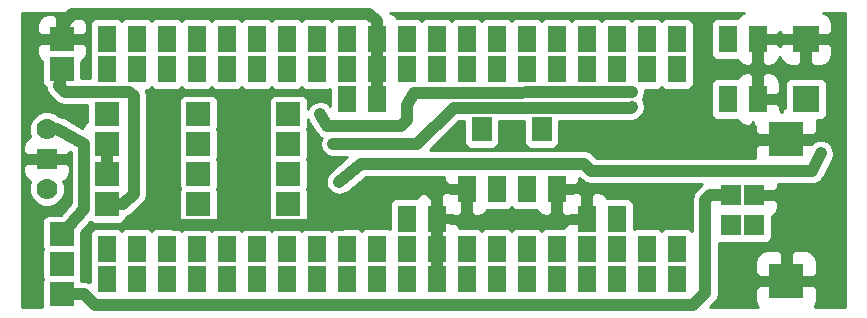
<source format=gtl>
%FSLAX34Y34*%
G04 Gerber Fmt 3.4, Leading zero omitted, Abs format*
G04 (created by PCBNEW (2014-04-11 BZR 4798)-product) date mar. 20 mai 2014 10:15:50 CEST*
%MOIN*%
G01*
G70*
G90*
G04 APERTURE LIST*
%ADD10C,0.003937*%
%ADD11R,0.062000X0.090000*%
%ADD12R,0.090000X0.090000*%
%ADD13R,0.068000X0.068000*%
%ADD14R,0.118110X0.118110*%
%ADD15R,0.080000X0.080000*%
%ADD16R,0.068000X0.080000*%
%ADD17C,0.070000*%
%ADD18R,0.070000X0.070000*%
%ADD19C,0.035000*%
%ADD20C,0.039370*%
%ADD21C,0.010000*%
G04 APERTURE END LIST*
G54D10*
G54D11*
X73750Y-51250D03*
X74750Y-51250D03*
X75750Y-51250D03*
X76750Y-51250D03*
X77750Y-51250D03*
X78750Y-51250D03*
X79750Y-51250D03*
X80750Y-51250D03*
X81750Y-51250D03*
X82750Y-51250D03*
X83750Y-51250D03*
X84750Y-51250D03*
X85750Y-51250D03*
X86750Y-51250D03*
X87750Y-51250D03*
X88750Y-51250D03*
X89750Y-51250D03*
X90750Y-51250D03*
X91750Y-51250D03*
X92750Y-51250D03*
G54D12*
X97050Y-51250D03*
X97050Y-53250D03*
G54D11*
X73750Y-59250D03*
X74750Y-59250D03*
X75750Y-59250D03*
X76750Y-59250D03*
X77750Y-59250D03*
X78750Y-59250D03*
X79750Y-59250D03*
X80750Y-59250D03*
X81750Y-59250D03*
X82750Y-59250D03*
X83750Y-59250D03*
X84750Y-59250D03*
X85750Y-59250D03*
X86750Y-59250D03*
X87750Y-59250D03*
X88750Y-59250D03*
X89750Y-59250D03*
X90750Y-59250D03*
X91750Y-59250D03*
X92750Y-59250D03*
X94450Y-51250D03*
X95450Y-51250D03*
X94450Y-53250D03*
X95450Y-53250D03*
X84750Y-57250D03*
X83750Y-57250D03*
X89750Y-57250D03*
X90750Y-57250D03*
X82750Y-53250D03*
X81750Y-53250D03*
X85750Y-56250D03*
X86750Y-56250D03*
X88750Y-56250D03*
X87750Y-56250D03*
G54D13*
X94550Y-56450D03*
X94550Y-57450D03*
X95337Y-57450D03*
X95337Y-56450D03*
G54D14*
X96400Y-54588D03*
X96400Y-59312D03*
G54D15*
X79800Y-53750D03*
X76800Y-53750D03*
X79800Y-54750D03*
X76800Y-54750D03*
X76800Y-55750D03*
X79800Y-55750D03*
X76800Y-56750D03*
X79800Y-56750D03*
G54D11*
X73750Y-58250D03*
X74750Y-58250D03*
X75750Y-58250D03*
X76750Y-58250D03*
X77750Y-58250D03*
X78750Y-58250D03*
X79750Y-58250D03*
X80750Y-58250D03*
X81750Y-58250D03*
X82750Y-58250D03*
X83750Y-58250D03*
X84750Y-58250D03*
X85750Y-58250D03*
X86750Y-58250D03*
X87750Y-58250D03*
X88750Y-58250D03*
X89750Y-58250D03*
X90750Y-58250D03*
X91750Y-58250D03*
X92750Y-58250D03*
X92750Y-52250D03*
X91750Y-52250D03*
X90750Y-52250D03*
X89750Y-52250D03*
X88750Y-52250D03*
X87750Y-52250D03*
X86750Y-52250D03*
X85750Y-52250D03*
X84750Y-52250D03*
X83750Y-52250D03*
X82750Y-52250D03*
X81750Y-52250D03*
X80750Y-52250D03*
X79750Y-52250D03*
X78750Y-52250D03*
X77750Y-52250D03*
X76750Y-52250D03*
X75750Y-52250D03*
X74750Y-52250D03*
X73750Y-52250D03*
G54D16*
X88250Y-54250D03*
X86250Y-54250D03*
G54D15*
X73750Y-56750D03*
X73750Y-55750D03*
X73750Y-54750D03*
X73750Y-53750D03*
X72250Y-57750D03*
X72250Y-58750D03*
X72250Y-59750D03*
X72250Y-52250D03*
X72250Y-51250D03*
G54D17*
X71750Y-56250D03*
G54D18*
X71750Y-55250D03*
G54D17*
X71750Y-54250D03*
G54D19*
X76050Y-56250D03*
X81300Y-54750D03*
X91250Y-53500D03*
X97550Y-55050D03*
X81500Y-56000D03*
X91250Y-53000D03*
X80850Y-53750D03*
G54D20*
X82750Y-50650D02*
X82750Y-51250D01*
X82500Y-50400D02*
X82750Y-50650D01*
X72600Y-50400D02*
X82500Y-50400D01*
X72250Y-50850D02*
X72600Y-50400D01*
X72250Y-51250D02*
X72250Y-50850D01*
X84750Y-56550D02*
X84450Y-56250D01*
X84450Y-56250D02*
X82800Y-56250D01*
X82800Y-56250D02*
X81600Y-57450D01*
X81600Y-57450D02*
X76000Y-57450D01*
X76000Y-57450D02*
X75650Y-57100D01*
X75650Y-57100D02*
X76050Y-56250D01*
X84750Y-57250D02*
X84750Y-56550D01*
X84100Y-54750D02*
X81300Y-54750D01*
X85314Y-53535D02*
X84100Y-54750D01*
X91214Y-53535D02*
X85314Y-53535D01*
X91250Y-53500D02*
X91214Y-53535D01*
X97550Y-55050D02*
X97250Y-55650D01*
X97250Y-55650D02*
X89900Y-55650D01*
X89900Y-55650D02*
X89650Y-55400D01*
X89650Y-55400D02*
X85150Y-55400D01*
X85150Y-55400D02*
X82211Y-55404D01*
X82211Y-55404D02*
X81500Y-56000D01*
X91250Y-53000D02*
X84000Y-53050D01*
X84000Y-53050D02*
X83750Y-53450D01*
X83750Y-53450D02*
X83750Y-53950D01*
X83750Y-53950D02*
X83550Y-54150D01*
X83550Y-54150D02*
X81100Y-54150D01*
X81100Y-54150D02*
X80850Y-53750D01*
X72150Y-52800D02*
X72350Y-53000D01*
X72350Y-53000D02*
X74500Y-53000D01*
X74500Y-53000D02*
X74650Y-53150D01*
X74650Y-53150D02*
X74650Y-56400D01*
X74650Y-56400D02*
X74300Y-56750D01*
X74300Y-56750D02*
X73750Y-56750D01*
X72250Y-52250D02*
X72150Y-52800D01*
X73000Y-54750D02*
X73000Y-56900D01*
X73000Y-56900D02*
X72250Y-57750D01*
X72100Y-54250D02*
X73000Y-54750D01*
X71750Y-54250D02*
X72100Y-54250D01*
X93700Y-59700D02*
X93300Y-60100D01*
X93300Y-60100D02*
X73350Y-60100D01*
X73000Y-59750D02*
X72250Y-59750D01*
X94550Y-56450D02*
X93850Y-56450D01*
X93700Y-56600D02*
X93850Y-56450D01*
X93700Y-59550D02*
X93700Y-56600D01*
X73000Y-59750D02*
X73350Y-60100D01*
X93700Y-59550D02*
X93700Y-59700D01*
G54D10*
G36*
X73902Y-55895D02*
X73895Y-55895D01*
X73895Y-55902D01*
X73605Y-55902D01*
X73605Y-55895D01*
X73597Y-55895D01*
X73597Y-55605D01*
X73605Y-55605D01*
X73605Y-55480D01*
X73605Y-55020D01*
X73605Y-54895D01*
X73597Y-54895D01*
X73597Y-54605D01*
X73605Y-54605D01*
X73605Y-54597D01*
X73895Y-54597D01*
X73895Y-54605D01*
X73902Y-54605D01*
X73902Y-54895D01*
X73895Y-54895D01*
X73895Y-55020D01*
X73895Y-55480D01*
X73895Y-55605D01*
X73902Y-55605D01*
X73902Y-55895D01*
X73902Y-55895D01*
G37*
G54D21*
X73902Y-55895D02*
X73895Y-55895D01*
X73895Y-55902D01*
X73605Y-55902D01*
X73605Y-55895D01*
X73597Y-55895D01*
X73597Y-55605D01*
X73605Y-55605D01*
X73605Y-55480D01*
X73605Y-55020D01*
X73605Y-54895D01*
X73597Y-54895D01*
X73597Y-54605D01*
X73605Y-54605D01*
X73605Y-54597D01*
X73895Y-54597D01*
X73895Y-54605D01*
X73902Y-54605D01*
X73902Y-54895D01*
X73895Y-54895D01*
X73895Y-55020D01*
X73895Y-55480D01*
X73895Y-55605D01*
X73902Y-55605D01*
X73902Y-55895D01*
G54D10*
G36*
X82305Y-50379D02*
X82190Y-50426D01*
X82067Y-50550D01*
X82010Y-50550D01*
X81390Y-50550D01*
X81298Y-50588D01*
X81249Y-50636D01*
X81201Y-50588D01*
X81109Y-50550D01*
X81010Y-50550D01*
X80390Y-50550D01*
X80298Y-50588D01*
X80249Y-50636D01*
X80201Y-50588D01*
X80109Y-50550D01*
X80010Y-50550D01*
X79390Y-50550D01*
X79298Y-50588D01*
X79249Y-50636D01*
X79201Y-50588D01*
X79109Y-50550D01*
X79010Y-50550D01*
X78390Y-50550D01*
X78298Y-50588D01*
X78249Y-50636D01*
X78201Y-50588D01*
X78109Y-50550D01*
X78010Y-50550D01*
X77390Y-50550D01*
X77298Y-50588D01*
X77249Y-50636D01*
X77201Y-50588D01*
X77109Y-50550D01*
X77010Y-50550D01*
X76390Y-50550D01*
X76298Y-50588D01*
X76249Y-50636D01*
X76201Y-50588D01*
X76109Y-50550D01*
X76010Y-50550D01*
X75390Y-50550D01*
X75298Y-50588D01*
X75249Y-50636D01*
X75201Y-50588D01*
X75109Y-50550D01*
X75010Y-50550D01*
X74390Y-50550D01*
X74298Y-50588D01*
X74249Y-50636D01*
X74201Y-50588D01*
X74109Y-50550D01*
X74010Y-50550D01*
X73390Y-50550D01*
X73298Y-50588D01*
X73228Y-50658D01*
X73190Y-50750D01*
X73190Y-50849D01*
X73190Y-51749D01*
X73190Y-51749D01*
X73190Y-51750D01*
X73190Y-51849D01*
X73190Y-52553D01*
X72900Y-52553D01*
X72900Y-52022D01*
X73023Y-51899D01*
X73090Y-51737D01*
X73090Y-51505D01*
X73090Y-50995D01*
X73090Y-50762D01*
X73023Y-50600D01*
X72899Y-50476D01*
X72737Y-50410D01*
X72562Y-50410D01*
X72505Y-50410D01*
X72395Y-50520D01*
X72395Y-51105D01*
X72980Y-51105D01*
X73090Y-50995D01*
X73090Y-51505D01*
X72980Y-51395D01*
X72395Y-51395D01*
X72395Y-51402D01*
X72105Y-51402D01*
X72105Y-51395D01*
X72105Y-51105D01*
X72105Y-50520D01*
X71995Y-50410D01*
X71937Y-50410D01*
X71762Y-50410D01*
X71600Y-50476D01*
X71476Y-50600D01*
X71410Y-50762D01*
X71410Y-50995D01*
X71520Y-51105D01*
X72105Y-51105D01*
X72105Y-51395D01*
X71520Y-51395D01*
X71410Y-51505D01*
X71410Y-51737D01*
X71476Y-51899D01*
X71600Y-52022D01*
X71600Y-52699D01*
X71638Y-52791D01*
X71708Y-52861D01*
X71712Y-52863D01*
X71713Y-52894D01*
X71729Y-52931D01*
X71737Y-52971D01*
X71763Y-53010D01*
X71782Y-53054D01*
X71811Y-53082D01*
X71834Y-53115D01*
X72034Y-53315D01*
X72034Y-53315D01*
X72178Y-53412D01*
X72350Y-53446D01*
X73100Y-53446D01*
X73100Y-53977D01*
X72976Y-54100D01*
X72934Y-54202D01*
X72317Y-53859D01*
X72292Y-53851D01*
X72271Y-53837D01*
X72210Y-53825D01*
X72156Y-53807D01*
X72090Y-53741D01*
X71869Y-53650D01*
X71631Y-53649D01*
X71410Y-53741D01*
X71241Y-53909D01*
X71150Y-54130D01*
X71149Y-54368D01*
X71205Y-54504D01*
X71150Y-54526D01*
X71026Y-54650D01*
X70960Y-54812D01*
X70960Y-54987D01*
X70960Y-54995D01*
X71070Y-55105D01*
X71605Y-55105D01*
X71605Y-55097D01*
X71895Y-55097D01*
X71895Y-55105D01*
X72430Y-55105D01*
X72533Y-55001D01*
X72553Y-55012D01*
X72553Y-56731D01*
X72540Y-56745D01*
X72540Y-55687D01*
X72540Y-55512D01*
X72540Y-55505D01*
X72430Y-55395D01*
X71895Y-55395D01*
X71895Y-55402D01*
X71605Y-55402D01*
X71605Y-55395D01*
X71070Y-55395D01*
X70960Y-55505D01*
X70960Y-55512D01*
X70960Y-55687D01*
X71026Y-55849D01*
X71150Y-55973D01*
X71205Y-55995D01*
X71150Y-56130D01*
X71149Y-56368D01*
X71241Y-56589D01*
X71409Y-56758D01*
X71630Y-56849D01*
X71868Y-56850D01*
X72089Y-56758D01*
X72258Y-56590D01*
X72349Y-56369D01*
X72350Y-56131D01*
X72294Y-55995D01*
X72349Y-55973D01*
X72473Y-55849D01*
X72540Y-55687D01*
X72540Y-56745D01*
X72227Y-57100D01*
X71800Y-57100D01*
X71708Y-57138D01*
X71638Y-57208D01*
X71600Y-57300D01*
X71600Y-57399D01*
X71600Y-58199D01*
X71620Y-58249D01*
X71600Y-58300D01*
X71600Y-58399D01*
X71600Y-59199D01*
X71620Y-59249D01*
X71600Y-59300D01*
X71600Y-59399D01*
X71600Y-60170D01*
X70929Y-60170D01*
X70929Y-50379D01*
X82305Y-50379D01*
X82305Y-50379D01*
G37*
G54D21*
X82305Y-50379D02*
X82190Y-50426D01*
X82067Y-50550D01*
X82010Y-50550D01*
X81390Y-50550D01*
X81298Y-50588D01*
X81249Y-50636D01*
X81201Y-50588D01*
X81109Y-50550D01*
X81010Y-50550D01*
X80390Y-50550D01*
X80298Y-50588D01*
X80249Y-50636D01*
X80201Y-50588D01*
X80109Y-50550D01*
X80010Y-50550D01*
X79390Y-50550D01*
X79298Y-50588D01*
X79249Y-50636D01*
X79201Y-50588D01*
X79109Y-50550D01*
X79010Y-50550D01*
X78390Y-50550D01*
X78298Y-50588D01*
X78249Y-50636D01*
X78201Y-50588D01*
X78109Y-50550D01*
X78010Y-50550D01*
X77390Y-50550D01*
X77298Y-50588D01*
X77249Y-50636D01*
X77201Y-50588D01*
X77109Y-50550D01*
X77010Y-50550D01*
X76390Y-50550D01*
X76298Y-50588D01*
X76249Y-50636D01*
X76201Y-50588D01*
X76109Y-50550D01*
X76010Y-50550D01*
X75390Y-50550D01*
X75298Y-50588D01*
X75249Y-50636D01*
X75201Y-50588D01*
X75109Y-50550D01*
X75010Y-50550D01*
X74390Y-50550D01*
X74298Y-50588D01*
X74249Y-50636D01*
X74201Y-50588D01*
X74109Y-50550D01*
X74010Y-50550D01*
X73390Y-50550D01*
X73298Y-50588D01*
X73228Y-50658D01*
X73190Y-50750D01*
X73190Y-50849D01*
X73190Y-51749D01*
X73190Y-51749D01*
X73190Y-51750D01*
X73190Y-51849D01*
X73190Y-52553D01*
X72900Y-52553D01*
X72900Y-52022D01*
X73023Y-51899D01*
X73090Y-51737D01*
X73090Y-51505D01*
X73090Y-50995D01*
X73090Y-50762D01*
X73023Y-50600D01*
X72899Y-50476D01*
X72737Y-50410D01*
X72562Y-50410D01*
X72505Y-50410D01*
X72395Y-50520D01*
X72395Y-51105D01*
X72980Y-51105D01*
X73090Y-50995D01*
X73090Y-51505D01*
X72980Y-51395D01*
X72395Y-51395D01*
X72395Y-51402D01*
X72105Y-51402D01*
X72105Y-51395D01*
X72105Y-51105D01*
X72105Y-50520D01*
X71995Y-50410D01*
X71937Y-50410D01*
X71762Y-50410D01*
X71600Y-50476D01*
X71476Y-50600D01*
X71410Y-50762D01*
X71410Y-50995D01*
X71520Y-51105D01*
X72105Y-51105D01*
X72105Y-51395D01*
X71520Y-51395D01*
X71410Y-51505D01*
X71410Y-51737D01*
X71476Y-51899D01*
X71600Y-52022D01*
X71600Y-52699D01*
X71638Y-52791D01*
X71708Y-52861D01*
X71712Y-52863D01*
X71713Y-52894D01*
X71729Y-52931D01*
X71737Y-52971D01*
X71763Y-53010D01*
X71782Y-53054D01*
X71811Y-53082D01*
X71834Y-53115D01*
X72034Y-53315D01*
X72034Y-53315D01*
X72178Y-53412D01*
X72350Y-53446D01*
X73100Y-53446D01*
X73100Y-53977D01*
X72976Y-54100D01*
X72934Y-54202D01*
X72317Y-53859D01*
X72292Y-53851D01*
X72271Y-53837D01*
X72210Y-53825D01*
X72156Y-53807D01*
X72090Y-53741D01*
X71869Y-53650D01*
X71631Y-53649D01*
X71410Y-53741D01*
X71241Y-53909D01*
X71150Y-54130D01*
X71149Y-54368D01*
X71205Y-54504D01*
X71150Y-54526D01*
X71026Y-54650D01*
X70960Y-54812D01*
X70960Y-54987D01*
X70960Y-54995D01*
X71070Y-55105D01*
X71605Y-55105D01*
X71605Y-55097D01*
X71895Y-55097D01*
X71895Y-55105D01*
X72430Y-55105D01*
X72533Y-55001D01*
X72553Y-55012D01*
X72553Y-56731D01*
X72540Y-56745D01*
X72540Y-55687D01*
X72540Y-55512D01*
X72540Y-55505D01*
X72430Y-55395D01*
X71895Y-55395D01*
X71895Y-55402D01*
X71605Y-55402D01*
X71605Y-55395D01*
X71070Y-55395D01*
X70960Y-55505D01*
X70960Y-55512D01*
X70960Y-55687D01*
X71026Y-55849D01*
X71150Y-55973D01*
X71205Y-55995D01*
X71150Y-56130D01*
X71149Y-56368D01*
X71241Y-56589D01*
X71409Y-56758D01*
X71630Y-56849D01*
X71868Y-56850D01*
X72089Y-56758D01*
X72258Y-56590D01*
X72349Y-56369D01*
X72350Y-56131D01*
X72294Y-55995D01*
X72349Y-55973D01*
X72473Y-55849D01*
X72540Y-55687D01*
X72540Y-56745D01*
X72227Y-57100D01*
X71800Y-57100D01*
X71708Y-57138D01*
X71638Y-57208D01*
X71600Y-57300D01*
X71600Y-57399D01*
X71600Y-58199D01*
X71620Y-58249D01*
X71600Y-58300D01*
X71600Y-58399D01*
X71600Y-59199D01*
X71620Y-59249D01*
X71600Y-59300D01*
X71600Y-59399D01*
X71600Y-60170D01*
X70929Y-60170D01*
X70929Y-50379D01*
X82305Y-50379D01*
G54D10*
G36*
X82902Y-53395D02*
X82895Y-53395D01*
X82895Y-53402D01*
X82605Y-53402D01*
X82605Y-53395D01*
X82597Y-53395D01*
X82597Y-53105D01*
X82605Y-53105D01*
X82605Y-53030D01*
X82605Y-52470D01*
X82605Y-52395D01*
X82597Y-52395D01*
X82597Y-52105D01*
X82605Y-52105D01*
X82605Y-52030D01*
X82605Y-51470D01*
X82605Y-51395D01*
X82597Y-51395D01*
X82597Y-51105D01*
X82605Y-51105D01*
X82605Y-51097D01*
X82895Y-51097D01*
X82895Y-51105D01*
X82902Y-51105D01*
X82902Y-51395D01*
X82895Y-51395D01*
X82895Y-51470D01*
X82895Y-52030D01*
X82895Y-52105D01*
X82902Y-52105D01*
X82902Y-52395D01*
X82895Y-52395D01*
X82895Y-52470D01*
X82895Y-53030D01*
X82895Y-53105D01*
X82902Y-53105D01*
X82902Y-53395D01*
X82902Y-53395D01*
G37*
G54D21*
X82902Y-53395D02*
X82895Y-53395D01*
X82895Y-53402D01*
X82605Y-53402D01*
X82605Y-53395D01*
X82597Y-53395D01*
X82597Y-53105D01*
X82605Y-53105D01*
X82605Y-53030D01*
X82605Y-52470D01*
X82605Y-52395D01*
X82597Y-52395D01*
X82597Y-52105D01*
X82605Y-52105D01*
X82605Y-52030D01*
X82605Y-51470D01*
X82605Y-51395D01*
X82597Y-51395D01*
X82597Y-51105D01*
X82605Y-51105D01*
X82605Y-51097D01*
X82895Y-51097D01*
X82895Y-51105D01*
X82902Y-51105D01*
X82902Y-51395D01*
X82895Y-51395D01*
X82895Y-51470D01*
X82895Y-52030D01*
X82895Y-52105D01*
X82902Y-52105D01*
X82902Y-52395D01*
X82895Y-52395D01*
X82895Y-52470D01*
X82895Y-53030D01*
X82895Y-53105D01*
X82902Y-53105D01*
X82902Y-53395D01*
G54D10*
G36*
X93589Y-56096D02*
X93534Y-56134D01*
X93384Y-56284D01*
X93287Y-56428D01*
X93253Y-56600D01*
X93253Y-57639D01*
X93201Y-57588D01*
X93109Y-57550D01*
X93010Y-57550D01*
X92390Y-57550D01*
X92298Y-57588D01*
X92249Y-57636D01*
X92201Y-57588D01*
X92109Y-57550D01*
X92010Y-57550D01*
X91390Y-57550D01*
X91310Y-57583D01*
X91310Y-56750D01*
X91271Y-56658D01*
X91201Y-56588D01*
X91109Y-56550D01*
X91010Y-56550D01*
X90432Y-56550D01*
X90309Y-56426D01*
X90147Y-56360D01*
X90005Y-56360D01*
X89895Y-56470D01*
X89895Y-57105D01*
X89902Y-57105D01*
X89902Y-57395D01*
X89895Y-57395D01*
X89895Y-57402D01*
X89605Y-57402D01*
X89605Y-57395D01*
X89605Y-57105D01*
X89605Y-56470D01*
X89495Y-56360D01*
X89352Y-56360D01*
X89267Y-56395D01*
X88895Y-56395D01*
X88895Y-57030D01*
X89005Y-57140D01*
X89147Y-57140D01*
X89232Y-57105D01*
X89605Y-57105D01*
X89605Y-57395D01*
X89110Y-57395D01*
X89000Y-57505D01*
X89000Y-57550D01*
X88390Y-57550D01*
X88298Y-57588D01*
X88249Y-57636D01*
X88201Y-57588D01*
X88109Y-57550D01*
X88010Y-57550D01*
X87390Y-57550D01*
X87298Y-57588D01*
X87249Y-57636D01*
X87201Y-57588D01*
X87109Y-57550D01*
X87010Y-57550D01*
X86390Y-57550D01*
X86298Y-57588D01*
X86249Y-57636D01*
X86201Y-57588D01*
X86109Y-57550D01*
X86010Y-57550D01*
X85605Y-57550D01*
X85605Y-57030D01*
X85605Y-56395D01*
X85232Y-56395D01*
X85147Y-56360D01*
X85005Y-56360D01*
X84895Y-56470D01*
X84895Y-57105D01*
X85267Y-57105D01*
X85352Y-57140D01*
X85495Y-57140D01*
X85605Y-57030D01*
X85605Y-57550D01*
X85500Y-57550D01*
X85500Y-57505D01*
X85390Y-57395D01*
X85232Y-57395D01*
X85147Y-57360D01*
X85005Y-57360D01*
X84970Y-57395D01*
X84895Y-57395D01*
X84895Y-57470D01*
X84895Y-58030D01*
X84895Y-58105D01*
X84902Y-58105D01*
X84902Y-58395D01*
X84895Y-58395D01*
X84895Y-58470D01*
X84895Y-59030D01*
X84895Y-59105D01*
X84902Y-59105D01*
X84902Y-59395D01*
X84895Y-59395D01*
X84895Y-59402D01*
X84605Y-59402D01*
X84605Y-59395D01*
X84597Y-59395D01*
X84597Y-59105D01*
X84605Y-59105D01*
X84605Y-59030D01*
X84605Y-58470D01*
X84605Y-58395D01*
X84597Y-58395D01*
X84597Y-58105D01*
X84605Y-58105D01*
X84605Y-58030D01*
X84605Y-57470D01*
X84605Y-57395D01*
X84597Y-57395D01*
X84597Y-57105D01*
X84605Y-57105D01*
X84605Y-56470D01*
X84495Y-56360D01*
X84352Y-56360D01*
X84190Y-56426D01*
X84067Y-56550D01*
X84010Y-56550D01*
X83390Y-56550D01*
X83298Y-56588D01*
X83228Y-56658D01*
X83190Y-56750D01*
X83190Y-56849D01*
X83190Y-57583D01*
X83109Y-57550D01*
X83010Y-57550D01*
X82390Y-57550D01*
X82298Y-57588D01*
X82249Y-57636D01*
X82201Y-57588D01*
X82109Y-57550D01*
X82010Y-57550D01*
X81390Y-57550D01*
X81298Y-57588D01*
X81249Y-57636D01*
X81201Y-57588D01*
X81109Y-57550D01*
X81010Y-57550D01*
X80390Y-57550D01*
X80298Y-57588D01*
X80249Y-57636D01*
X80201Y-57588D01*
X80109Y-57550D01*
X80010Y-57550D01*
X79390Y-57550D01*
X79298Y-57588D01*
X79249Y-57636D01*
X79201Y-57588D01*
X79109Y-57550D01*
X79010Y-57550D01*
X78390Y-57550D01*
X78298Y-57588D01*
X78249Y-57636D01*
X78201Y-57588D01*
X78109Y-57550D01*
X78010Y-57550D01*
X77450Y-57550D01*
X77450Y-57199D01*
X77450Y-57100D01*
X77450Y-56300D01*
X77429Y-56250D01*
X77450Y-56199D01*
X77450Y-56100D01*
X77450Y-55300D01*
X77429Y-55250D01*
X77450Y-55199D01*
X77450Y-55100D01*
X77450Y-54300D01*
X77429Y-54250D01*
X77450Y-54199D01*
X77450Y-54100D01*
X77450Y-53300D01*
X77411Y-53208D01*
X77341Y-53138D01*
X77249Y-53100D01*
X77150Y-53100D01*
X76350Y-53100D01*
X76258Y-53138D01*
X76188Y-53208D01*
X76150Y-53300D01*
X76150Y-53399D01*
X76150Y-54199D01*
X76170Y-54249D01*
X76150Y-54300D01*
X76150Y-54399D01*
X76150Y-55199D01*
X76170Y-55249D01*
X76150Y-55300D01*
X76150Y-55399D01*
X76150Y-56199D01*
X76170Y-56249D01*
X76150Y-56300D01*
X76150Y-56399D01*
X76150Y-57199D01*
X76188Y-57291D01*
X76258Y-57361D01*
X76350Y-57400D01*
X76449Y-57400D01*
X77249Y-57400D01*
X77341Y-57361D01*
X77411Y-57291D01*
X77450Y-57199D01*
X77450Y-57550D01*
X77390Y-57550D01*
X77298Y-57588D01*
X77249Y-57636D01*
X77201Y-57588D01*
X77109Y-57550D01*
X77010Y-57550D01*
X76390Y-57550D01*
X76298Y-57588D01*
X76249Y-57636D01*
X76201Y-57588D01*
X76109Y-57550D01*
X76010Y-57550D01*
X75390Y-57550D01*
X75298Y-57588D01*
X75249Y-57636D01*
X75201Y-57588D01*
X75109Y-57550D01*
X75010Y-57550D01*
X74390Y-57550D01*
X74298Y-57588D01*
X74249Y-57636D01*
X74201Y-57588D01*
X74109Y-57550D01*
X74010Y-57550D01*
X73390Y-57550D01*
X73298Y-57588D01*
X73228Y-57658D01*
X73190Y-57750D01*
X73190Y-57849D01*
X73190Y-58749D01*
X73190Y-58749D01*
X73190Y-58750D01*
X73190Y-58849D01*
X73190Y-59349D01*
X73171Y-59337D01*
X73000Y-59303D01*
X72900Y-59303D01*
X72900Y-59300D01*
X72879Y-59250D01*
X72900Y-59199D01*
X72900Y-59100D01*
X72900Y-58300D01*
X72879Y-58250D01*
X72900Y-58199D01*
X72900Y-58100D01*
X72900Y-57688D01*
X73197Y-57351D01*
X73208Y-57361D01*
X73300Y-57400D01*
X73399Y-57400D01*
X74199Y-57400D01*
X74291Y-57361D01*
X74361Y-57291D01*
X74400Y-57199D01*
X74400Y-57176D01*
X74471Y-57162D01*
X74471Y-57162D01*
X74615Y-57065D01*
X74965Y-56715D01*
X75062Y-56571D01*
X75062Y-56571D01*
X75096Y-56400D01*
X75096Y-53150D01*
X75062Y-52978D01*
X75043Y-52950D01*
X75109Y-52950D01*
X75201Y-52911D01*
X75250Y-52863D01*
X75298Y-52911D01*
X75390Y-52950D01*
X75489Y-52950D01*
X76109Y-52950D01*
X76201Y-52911D01*
X76250Y-52863D01*
X76298Y-52911D01*
X76390Y-52950D01*
X76489Y-52950D01*
X77109Y-52950D01*
X77201Y-52911D01*
X77250Y-52863D01*
X77298Y-52911D01*
X77390Y-52950D01*
X77489Y-52950D01*
X78109Y-52950D01*
X78201Y-52911D01*
X78250Y-52863D01*
X78298Y-52911D01*
X78390Y-52950D01*
X78489Y-52950D01*
X79109Y-52950D01*
X79201Y-52911D01*
X79250Y-52863D01*
X79298Y-52911D01*
X79390Y-52950D01*
X79489Y-52950D01*
X80109Y-52950D01*
X80201Y-52911D01*
X80250Y-52863D01*
X80298Y-52911D01*
X80390Y-52950D01*
X80489Y-52950D01*
X81109Y-52950D01*
X81190Y-52916D01*
X81190Y-53471D01*
X81109Y-53386D01*
X80950Y-53314D01*
X80776Y-53309D01*
X80613Y-53371D01*
X80486Y-53490D01*
X80450Y-53570D01*
X80450Y-53300D01*
X80411Y-53208D01*
X80341Y-53138D01*
X80249Y-53100D01*
X80150Y-53100D01*
X79350Y-53100D01*
X79258Y-53138D01*
X79188Y-53208D01*
X79150Y-53300D01*
X79150Y-53399D01*
X79150Y-54199D01*
X79170Y-54249D01*
X79150Y-54300D01*
X79150Y-54399D01*
X79150Y-55199D01*
X79170Y-55249D01*
X79150Y-55300D01*
X79150Y-55399D01*
X79150Y-56199D01*
X79170Y-56249D01*
X79150Y-56300D01*
X79150Y-56399D01*
X79150Y-57199D01*
X79188Y-57291D01*
X79258Y-57361D01*
X79350Y-57400D01*
X79449Y-57400D01*
X80249Y-57400D01*
X80341Y-57361D01*
X80411Y-57291D01*
X80450Y-57199D01*
X80450Y-57100D01*
X80450Y-56300D01*
X80429Y-56250D01*
X80450Y-56199D01*
X80450Y-56100D01*
X80450Y-55300D01*
X80429Y-55250D01*
X80450Y-55199D01*
X80450Y-55100D01*
X80450Y-54300D01*
X80429Y-54250D01*
X80450Y-54199D01*
X80450Y-54100D01*
X80450Y-53931D01*
X80471Y-53986D01*
X80721Y-54386D01*
X80755Y-54423D01*
X80784Y-54465D01*
X80815Y-54486D01*
X80840Y-54513D01*
X80886Y-54534D01*
X80907Y-54548D01*
X80887Y-54578D01*
X80853Y-54750D01*
X80887Y-54921D01*
X80984Y-55065D01*
X81128Y-55162D01*
X81300Y-55196D01*
X81763Y-55196D01*
X81213Y-55657D01*
X81103Y-55793D01*
X81054Y-55960D01*
X81073Y-56133D01*
X81157Y-56286D01*
X81293Y-56396D01*
X81460Y-56445D01*
X81633Y-56426D01*
X81786Y-56342D01*
X82374Y-55850D01*
X85000Y-55847D01*
X85000Y-55887D01*
X85000Y-55995D01*
X85110Y-56105D01*
X85605Y-56105D01*
X85605Y-56097D01*
X85895Y-56097D01*
X85895Y-56105D01*
X85902Y-56105D01*
X85902Y-56395D01*
X85895Y-56395D01*
X85895Y-57030D01*
X86005Y-57140D01*
X86147Y-57140D01*
X86309Y-57073D01*
X86432Y-56950D01*
X86489Y-56950D01*
X87109Y-56950D01*
X87201Y-56911D01*
X87250Y-56863D01*
X87298Y-56911D01*
X87390Y-56950D01*
X87489Y-56950D01*
X88067Y-56950D01*
X88190Y-57073D01*
X88352Y-57140D01*
X88495Y-57140D01*
X88605Y-57030D01*
X88605Y-56395D01*
X88597Y-56395D01*
X88597Y-56105D01*
X88605Y-56105D01*
X88605Y-56097D01*
X88895Y-56097D01*
X88895Y-56105D01*
X89390Y-56105D01*
X89500Y-55995D01*
X89500Y-55887D01*
X89500Y-55881D01*
X89584Y-55965D01*
X89728Y-56062D01*
X89728Y-56062D01*
X89900Y-56096D01*
X93589Y-56096D01*
X93589Y-56096D01*
G37*
G54D21*
X93589Y-56096D02*
X93534Y-56134D01*
X93384Y-56284D01*
X93287Y-56428D01*
X93253Y-56600D01*
X93253Y-57639D01*
X93201Y-57588D01*
X93109Y-57550D01*
X93010Y-57550D01*
X92390Y-57550D01*
X92298Y-57588D01*
X92249Y-57636D01*
X92201Y-57588D01*
X92109Y-57550D01*
X92010Y-57550D01*
X91390Y-57550D01*
X91310Y-57583D01*
X91310Y-56750D01*
X91271Y-56658D01*
X91201Y-56588D01*
X91109Y-56550D01*
X91010Y-56550D01*
X90432Y-56550D01*
X90309Y-56426D01*
X90147Y-56360D01*
X90005Y-56360D01*
X89895Y-56470D01*
X89895Y-57105D01*
X89902Y-57105D01*
X89902Y-57395D01*
X89895Y-57395D01*
X89895Y-57402D01*
X89605Y-57402D01*
X89605Y-57395D01*
X89605Y-57105D01*
X89605Y-56470D01*
X89495Y-56360D01*
X89352Y-56360D01*
X89267Y-56395D01*
X88895Y-56395D01*
X88895Y-57030D01*
X89005Y-57140D01*
X89147Y-57140D01*
X89232Y-57105D01*
X89605Y-57105D01*
X89605Y-57395D01*
X89110Y-57395D01*
X89000Y-57505D01*
X89000Y-57550D01*
X88390Y-57550D01*
X88298Y-57588D01*
X88249Y-57636D01*
X88201Y-57588D01*
X88109Y-57550D01*
X88010Y-57550D01*
X87390Y-57550D01*
X87298Y-57588D01*
X87249Y-57636D01*
X87201Y-57588D01*
X87109Y-57550D01*
X87010Y-57550D01*
X86390Y-57550D01*
X86298Y-57588D01*
X86249Y-57636D01*
X86201Y-57588D01*
X86109Y-57550D01*
X86010Y-57550D01*
X85605Y-57550D01*
X85605Y-57030D01*
X85605Y-56395D01*
X85232Y-56395D01*
X85147Y-56360D01*
X85005Y-56360D01*
X84895Y-56470D01*
X84895Y-57105D01*
X85267Y-57105D01*
X85352Y-57140D01*
X85495Y-57140D01*
X85605Y-57030D01*
X85605Y-57550D01*
X85500Y-57550D01*
X85500Y-57505D01*
X85390Y-57395D01*
X85232Y-57395D01*
X85147Y-57360D01*
X85005Y-57360D01*
X84970Y-57395D01*
X84895Y-57395D01*
X84895Y-57470D01*
X84895Y-58030D01*
X84895Y-58105D01*
X84902Y-58105D01*
X84902Y-58395D01*
X84895Y-58395D01*
X84895Y-58470D01*
X84895Y-59030D01*
X84895Y-59105D01*
X84902Y-59105D01*
X84902Y-59395D01*
X84895Y-59395D01*
X84895Y-59402D01*
X84605Y-59402D01*
X84605Y-59395D01*
X84597Y-59395D01*
X84597Y-59105D01*
X84605Y-59105D01*
X84605Y-59030D01*
X84605Y-58470D01*
X84605Y-58395D01*
X84597Y-58395D01*
X84597Y-58105D01*
X84605Y-58105D01*
X84605Y-58030D01*
X84605Y-57470D01*
X84605Y-57395D01*
X84597Y-57395D01*
X84597Y-57105D01*
X84605Y-57105D01*
X84605Y-56470D01*
X84495Y-56360D01*
X84352Y-56360D01*
X84190Y-56426D01*
X84067Y-56550D01*
X84010Y-56550D01*
X83390Y-56550D01*
X83298Y-56588D01*
X83228Y-56658D01*
X83190Y-56750D01*
X83190Y-56849D01*
X83190Y-57583D01*
X83109Y-57550D01*
X83010Y-57550D01*
X82390Y-57550D01*
X82298Y-57588D01*
X82249Y-57636D01*
X82201Y-57588D01*
X82109Y-57550D01*
X82010Y-57550D01*
X81390Y-57550D01*
X81298Y-57588D01*
X81249Y-57636D01*
X81201Y-57588D01*
X81109Y-57550D01*
X81010Y-57550D01*
X80390Y-57550D01*
X80298Y-57588D01*
X80249Y-57636D01*
X80201Y-57588D01*
X80109Y-57550D01*
X80010Y-57550D01*
X79390Y-57550D01*
X79298Y-57588D01*
X79249Y-57636D01*
X79201Y-57588D01*
X79109Y-57550D01*
X79010Y-57550D01*
X78390Y-57550D01*
X78298Y-57588D01*
X78249Y-57636D01*
X78201Y-57588D01*
X78109Y-57550D01*
X78010Y-57550D01*
X77450Y-57550D01*
X77450Y-57199D01*
X77450Y-57100D01*
X77450Y-56300D01*
X77429Y-56250D01*
X77450Y-56199D01*
X77450Y-56100D01*
X77450Y-55300D01*
X77429Y-55250D01*
X77450Y-55199D01*
X77450Y-55100D01*
X77450Y-54300D01*
X77429Y-54250D01*
X77450Y-54199D01*
X77450Y-54100D01*
X77450Y-53300D01*
X77411Y-53208D01*
X77341Y-53138D01*
X77249Y-53100D01*
X77150Y-53100D01*
X76350Y-53100D01*
X76258Y-53138D01*
X76188Y-53208D01*
X76150Y-53300D01*
X76150Y-53399D01*
X76150Y-54199D01*
X76170Y-54249D01*
X76150Y-54300D01*
X76150Y-54399D01*
X76150Y-55199D01*
X76170Y-55249D01*
X76150Y-55300D01*
X76150Y-55399D01*
X76150Y-56199D01*
X76170Y-56249D01*
X76150Y-56300D01*
X76150Y-56399D01*
X76150Y-57199D01*
X76188Y-57291D01*
X76258Y-57361D01*
X76350Y-57400D01*
X76449Y-57400D01*
X77249Y-57400D01*
X77341Y-57361D01*
X77411Y-57291D01*
X77450Y-57199D01*
X77450Y-57550D01*
X77390Y-57550D01*
X77298Y-57588D01*
X77249Y-57636D01*
X77201Y-57588D01*
X77109Y-57550D01*
X77010Y-57550D01*
X76390Y-57550D01*
X76298Y-57588D01*
X76249Y-57636D01*
X76201Y-57588D01*
X76109Y-57550D01*
X76010Y-57550D01*
X75390Y-57550D01*
X75298Y-57588D01*
X75249Y-57636D01*
X75201Y-57588D01*
X75109Y-57550D01*
X75010Y-57550D01*
X74390Y-57550D01*
X74298Y-57588D01*
X74249Y-57636D01*
X74201Y-57588D01*
X74109Y-57550D01*
X74010Y-57550D01*
X73390Y-57550D01*
X73298Y-57588D01*
X73228Y-57658D01*
X73190Y-57750D01*
X73190Y-57849D01*
X73190Y-58749D01*
X73190Y-58749D01*
X73190Y-58750D01*
X73190Y-58849D01*
X73190Y-59349D01*
X73171Y-59337D01*
X73000Y-59303D01*
X72900Y-59303D01*
X72900Y-59300D01*
X72879Y-59250D01*
X72900Y-59199D01*
X72900Y-59100D01*
X72900Y-58300D01*
X72879Y-58250D01*
X72900Y-58199D01*
X72900Y-58100D01*
X72900Y-57688D01*
X73197Y-57351D01*
X73208Y-57361D01*
X73300Y-57400D01*
X73399Y-57400D01*
X74199Y-57400D01*
X74291Y-57361D01*
X74361Y-57291D01*
X74400Y-57199D01*
X74400Y-57176D01*
X74471Y-57162D01*
X74471Y-57162D01*
X74615Y-57065D01*
X74965Y-56715D01*
X75062Y-56571D01*
X75062Y-56571D01*
X75096Y-56400D01*
X75096Y-53150D01*
X75062Y-52978D01*
X75043Y-52950D01*
X75109Y-52950D01*
X75201Y-52911D01*
X75250Y-52863D01*
X75298Y-52911D01*
X75390Y-52950D01*
X75489Y-52950D01*
X76109Y-52950D01*
X76201Y-52911D01*
X76250Y-52863D01*
X76298Y-52911D01*
X76390Y-52950D01*
X76489Y-52950D01*
X77109Y-52950D01*
X77201Y-52911D01*
X77250Y-52863D01*
X77298Y-52911D01*
X77390Y-52950D01*
X77489Y-52950D01*
X78109Y-52950D01*
X78201Y-52911D01*
X78250Y-52863D01*
X78298Y-52911D01*
X78390Y-52950D01*
X78489Y-52950D01*
X79109Y-52950D01*
X79201Y-52911D01*
X79250Y-52863D01*
X79298Y-52911D01*
X79390Y-52950D01*
X79489Y-52950D01*
X80109Y-52950D01*
X80201Y-52911D01*
X80250Y-52863D01*
X80298Y-52911D01*
X80390Y-52950D01*
X80489Y-52950D01*
X81109Y-52950D01*
X81190Y-52916D01*
X81190Y-53471D01*
X81109Y-53386D01*
X80950Y-53314D01*
X80776Y-53309D01*
X80613Y-53371D01*
X80486Y-53490D01*
X80450Y-53570D01*
X80450Y-53300D01*
X80411Y-53208D01*
X80341Y-53138D01*
X80249Y-53100D01*
X80150Y-53100D01*
X79350Y-53100D01*
X79258Y-53138D01*
X79188Y-53208D01*
X79150Y-53300D01*
X79150Y-53399D01*
X79150Y-54199D01*
X79170Y-54249D01*
X79150Y-54300D01*
X79150Y-54399D01*
X79150Y-55199D01*
X79170Y-55249D01*
X79150Y-55300D01*
X79150Y-55399D01*
X79150Y-56199D01*
X79170Y-56249D01*
X79150Y-56300D01*
X79150Y-56399D01*
X79150Y-57199D01*
X79188Y-57291D01*
X79258Y-57361D01*
X79350Y-57400D01*
X79449Y-57400D01*
X80249Y-57400D01*
X80341Y-57361D01*
X80411Y-57291D01*
X80450Y-57199D01*
X80450Y-57100D01*
X80450Y-56300D01*
X80429Y-56250D01*
X80450Y-56199D01*
X80450Y-56100D01*
X80450Y-55300D01*
X80429Y-55250D01*
X80450Y-55199D01*
X80450Y-55100D01*
X80450Y-54300D01*
X80429Y-54250D01*
X80450Y-54199D01*
X80450Y-54100D01*
X80450Y-53931D01*
X80471Y-53986D01*
X80721Y-54386D01*
X80755Y-54423D01*
X80784Y-54465D01*
X80815Y-54486D01*
X80840Y-54513D01*
X80886Y-54534D01*
X80907Y-54548D01*
X80887Y-54578D01*
X80853Y-54750D01*
X80887Y-54921D01*
X80984Y-55065D01*
X81128Y-55162D01*
X81300Y-55196D01*
X81763Y-55196D01*
X81213Y-55657D01*
X81103Y-55793D01*
X81054Y-55960D01*
X81073Y-56133D01*
X81157Y-56286D01*
X81293Y-56396D01*
X81460Y-56445D01*
X81633Y-56426D01*
X81786Y-56342D01*
X82374Y-55850D01*
X85000Y-55847D01*
X85000Y-55887D01*
X85000Y-55995D01*
X85110Y-56105D01*
X85605Y-56105D01*
X85605Y-56097D01*
X85895Y-56097D01*
X85895Y-56105D01*
X85902Y-56105D01*
X85902Y-56395D01*
X85895Y-56395D01*
X85895Y-57030D01*
X86005Y-57140D01*
X86147Y-57140D01*
X86309Y-57073D01*
X86432Y-56950D01*
X86489Y-56950D01*
X87109Y-56950D01*
X87201Y-56911D01*
X87250Y-56863D01*
X87298Y-56911D01*
X87390Y-56950D01*
X87489Y-56950D01*
X88067Y-56950D01*
X88190Y-57073D01*
X88352Y-57140D01*
X88495Y-57140D01*
X88605Y-57030D01*
X88605Y-56395D01*
X88597Y-56395D01*
X88597Y-56105D01*
X88605Y-56105D01*
X88605Y-56097D01*
X88895Y-56097D01*
X88895Y-56105D01*
X89390Y-56105D01*
X89500Y-55995D01*
X89500Y-55887D01*
X89500Y-55881D01*
X89584Y-55965D01*
X89728Y-56062D01*
X89728Y-56062D01*
X89900Y-56096D01*
X93589Y-56096D01*
G54D10*
G36*
X98370Y-60170D02*
X97344Y-60170D01*
X97363Y-60151D01*
X97430Y-59990D01*
X97430Y-59567D01*
X97430Y-59057D01*
X97430Y-58633D01*
X97363Y-58472D01*
X97239Y-58348D01*
X97078Y-58281D01*
X96903Y-58281D01*
X96655Y-58281D01*
X96545Y-58391D01*
X96545Y-59167D01*
X97320Y-59167D01*
X97430Y-59057D01*
X97430Y-59567D01*
X97320Y-59457D01*
X96545Y-59457D01*
X96545Y-59464D01*
X96255Y-59464D01*
X96255Y-59457D01*
X96255Y-59167D01*
X96255Y-58391D01*
X96145Y-58281D01*
X95896Y-58281D01*
X95721Y-58281D01*
X95560Y-58348D01*
X95436Y-58472D01*
X95369Y-58633D01*
X95369Y-59057D01*
X95479Y-59167D01*
X96255Y-59167D01*
X96255Y-59457D01*
X95479Y-59457D01*
X95369Y-59567D01*
X95369Y-59990D01*
X95436Y-60151D01*
X95455Y-60170D01*
X93861Y-60170D01*
X94015Y-60015D01*
X94112Y-59871D01*
X94112Y-59871D01*
X94146Y-59700D01*
X94146Y-59550D01*
X94146Y-58034D01*
X94160Y-58040D01*
X94259Y-58040D01*
X94939Y-58040D01*
X94943Y-58038D01*
X94947Y-58040D01*
X95046Y-58040D01*
X95726Y-58040D01*
X95818Y-58001D01*
X95888Y-57931D01*
X95927Y-57839D01*
X95927Y-57740D01*
X95927Y-57162D01*
X96050Y-57039D01*
X96117Y-56877D01*
X96117Y-56705D01*
X96007Y-56595D01*
X95482Y-56595D01*
X95482Y-56602D01*
X95192Y-56602D01*
X95192Y-56595D01*
X95184Y-56595D01*
X95184Y-56305D01*
X95192Y-56305D01*
X95192Y-56297D01*
X95482Y-56297D01*
X95482Y-56305D01*
X96007Y-56305D01*
X96117Y-56195D01*
X96117Y-56096D01*
X97250Y-56096D01*
X97320Y-56082D01*
X97391Y-56073D01*
X97405Y-56065D01*
X97421Y-56062D01*
X97480Y-56023D01*
X97542Y-55987D01*
X97552Y-55974D01*
X97565Y-55965D01*
X97605Y-55906D01*
X97649Y-55849D01*
X97949Y-55249D01*
X97995Y-55081D01*
X97973Y-54908D01*
X97940Y-54849D01*
X97940Y-51787D01*
X97940Y-51612D01*
X97940Y-51505D01*
X97830Y-51395D01*
X97195Y-51395D01*
X97195Y-52030D01*
X97305Y-52140D01*
X97587Y-52140D01*
X97749Y-52073D01*
X97873Y-51949D01*
X97940Y-51787D01*
X97940Y-54849D01*
X97887Y-54757D01*
X97750Y-54650D01*
X97750Y-53749D01*
X97750Y-53650D01*
X97750Y-52750D01*
X97711Y-52658D01*
X97641Y-52588D01*
X97549Y-52550D01*
X97450Y-52550D01*
X96905Y-52550D01*
X96905Y-52030D01*
X96905Y-51395D01*
X96270Y-51395D01*
X96180Y-51485D01*
X96090Y-51395D01*
X95595Y-51395D01*
X95595Y-52030D01*
X95705Y-52140D01*
X95847Y-52140D01*
X96009Y-52073D01*
X96133Y-51949D01*
X96180Y-51835D01*
X96226Y-51949D01*
X96350Y-52073D01*
X96512Y-52140D01*
X96795Y-52140D01*
X96905Y-52030D01*
X96905Y-52550D01*
X96550Y-52550D01*
X96458Y-52588D01*
X96388Y-52658D01*
X96350Y-52750D01*
X96350Y-52849D01*
X96350Y-53557D01*
X96254Y-53557D01*
X96254Y-53667D01*
X96200Y-53612D01*
X96200Y-53505D01*
X96200Y-52995D01*
X96200Y-52887D01*
X96200Y-52712D01*
X96133Y-52550D01*
X96009Y-52426D01*
X95847Y-52360D01*
X95705Y-52360D01*
X95595Y-52470D01*
X95595Y-53105D01*
X96090Y-53105D01*
X96200Y-52995D01*
X96200Y-53505D01*
X96090Y-53395D01*
X95595Y-53395D01*
X95595Y-53402D01*
X95305Y-53402D01*
X95305Y-53395D01*
X95297Y-53395D01*
X95297Y-53105D01*
X95305Y-53105D01*
X95305Y-52470D01*
X95195Y-52360D01*
X95052Y-52360D01*
X94890Y-52426D01*
X94767Y-52550D01*
X94710Y-52550D01*
X94090Y-52550D01*
X93998Y-52588D01*
X93928Y-52658D01*
X93890Y-52750D01*
X93890Y-52849D01*
X93890Y-53749D01*
X93928Y-53841D01*
X93998Y-53911D01*
X94090Y-53950D01*
X94189Y-53950D01*
X94767Y-53950D01*
X94890Y-54073D01*
X95052Y-54140D01*
X95195Y-54140D01*
X95304Y-54030D01*
X95304Y-54140D01*
X95305Y-54140D01*
X95369Y-54140D01*
X95369Y-54333D01*
X95479Y-54443D01*
X96255Y-54443D01*
X96255Y-54435D01*
X96545Y-54435D01*
X96545Y-54443D01*
X97320Y-54443D01*
X97430Y-54333D01*
X97430Y-53950D01*
X97549Y-53950D01*
X97641Y-53911D01*
X97711Y-53841D01*
X97750Y-53749D01*
X97750Y-54650D01*
X97749Y-54650D01*
X97581Y-54604D01*
X97408Y-54626D01*
X97257Y-54712D01*
X97241Y-54733D01*
X96545Y-54733D01*
X96545Y-54740D01*
X96255Y-54740D01*
X96255Y-54733D01*
X95479Y-54733D01*
X95369Y-54843D01*
X95369Y-55203D01*
X95305Y-55203D01*
X90085Y-55203D01*
X89965Y-55084D01*
X89821Y-54987D01*
X89650Y-54953D01*
X85150Y-54953D01*
X85149Y-54953D01*
X85149Y-54953D01*
X84527Y-54954D01*
X85499Y-53982D01*
X85660Y-53982D01*
X85660Y-54699D01*
X85698Y-54791D01*
X85768Y-54861D01*
X85860Y-54900D01*
X85959Y-54900D01*
X86639Y-54900D01*
X86731Y-54861D01*
X86801Y-54791D01*
X86840Y-54699D01*
X86840Y-54600D01*
X86840Y-53982D01*
X87660Y-53982D01*
X87660Y-54699D01*
X87698Y-54791D01*
X87768Y-54861D01*
X87860Y-54900D01*
X87959Y-54900D01*
X88639Y-54900D01*
X88731Y-54861D01*
X88801Y-54791D01*
X88840Y-54699D01*
X88840Y-54600D01*
X88840Y-53982D01*
X91214Y-53982D01*
X91385Y-53948D01*
X91385Y-53948D01*
X91530Y-53851D01*
X91565Y-53815D01*
X91662Y-53671D01*
X91696Y-53500D01*
X91662Y-53328D01*
X91610Y-53250D01*
X91664Y-53168D01*
X91696Y-52996D01*
X91687Y-52950D01*
X92109Y-52950D01*
X92201Y-52911D01*
X92250Y-52863D01*
X92298Y-52911D01*
X92390Y-52950D01*
X92489Y-52950D01*
X93109Y-52950D01*
X93201Y-52911D01*
X93271Y-52841D01*
X93310Y-52749D01*
X93310Y-52650D01*
X93310Y-51750D01*
X93309Y-51750D01*
X93310Y-51749D01*
X93310Y-51650D01*
X93310Y-50750D01*
X93271Y-50658D01*
X93201Y-50588D01*
X93109Y-50550D01*
X93010Y-50550D01*
X92390Y-50550D01*
X92298Y-50588D01*
X92249Y-50636D01*
X92201Y-50588D01*
X92109Y-50550D01*
X92010Y-50550D01*
X91390Y-50550D01*
X91298Y-50588D01*
X91249Y-50636D01*
X91201Y-50588D01*
X91109Y-50550D01*
X91010Y-50550D01*
X90390Y-50550D01*
X90298Y-50588D01*
X90249Y-50636D01*
X90201Y-50588D01*
X90109Y-50550D01*
X90010Y-50550D01*
X89390Y-50550D01*
X89298Y-50588D01*
X89249Y-50636D01*
X89201Y-50588D01*
X89109Y-50550D01*
X89010Y-50550D01*
X88390Y-50550D01*
X88298Y-50588D01*
X88249Y-50636D01*
X88201Y-50588D01*
X88109Y-50550D01*
X88010Y-50550D01*
X87390Y-50550D01*
X87298Y-50588D01*
X87249Y-50636D01*
X87201Y-50588D01*
X87109Y-50550D01*
X87010Y-50550D01*
X86390Y-50550D01*
X86298Y-50588D01*
X86249Y-50636D01*
X86201Y-50588D01*
X86109Y-50550D01*
X86010Y-50550D01*
X85390Y-50550D01*
X85298Y-50588D01*
X85249Y-50636D01*
X85201Y-50588D01*
X85109Y-50550D01*
X85010Y-50550D01*
X84390Y-50550D01*
X84298Y-50588D01*
X84249Y-50636D01*
X84201Y-50588D01*
X84109Y-50550D01*
X84010Y-50550D01*
X83432Y-50550D01*
X83309Y-50426D01*
X83194Y-50379D01*
X95005Y-50379D01*
X94890Y-50426D01*
X94767Y-50550D01*
X94710Y-50550D01*
X94090Y-50550D01*
X93998Y-50588D01*
X93928Y-50658D01*
X93890Y-50750D01*
X93890Y-50849D01*
X93890Y-51749D01*
X93928Y-51841D01*
X93998Y-51911D01*
X94090Y-51950D01*
X94189Y-51950D01*
X94767Y-51950D01*
X94890Y-52073D01*
X95052Y-52140D01*
X95195Y-52140D01*
X95305Y-52030D01*
X95305Y-51395D01*
X95297Y-51395D01*
X95297Y-51105D01*
X95305Y-51105D01*
X95305Y-51097D01*
X95595Y-51097D01*
X95595Y-51105D01*
X96090Y-51105D01*
X96180Y-51015D01*
X96270Y-51105D01*
X96905Y-51105D01*
X96905Y-51097D01*
X97195Y-51097D01*
X97195Y-51105D01*
X97830Y-51105D01*
X97940Y-50995D01*
X97940Y-50887D01*
X97940Y-50712D01*
X97873Y-50550D01*
X97749Y-50426D01*
X97634Y-50379D01*
X98370Y-50379D01*
X98370Y-60170D01*
X98370Y-60170D01*
G37*
G54D21*
X98370Y-60170D02*
X97344Y-60170D01*
X97363Y-60151D01*
X97430Y-59990D01*
X97430Y-59567D01*
X97430Y-59057D01*
X97430Y-58633D01*
X97363Y-58472D01*
X97239Y-58348D01*
X97078Y-58281D01*
X96903Y-58281D01*
X96655Y-58281D01*
X96545Y-58391D01*
X96545Y-59167D01*
X97320Y-59167D01*
X97430Y-59057D01*
X97430Y-59567D01*
X97320Y-59457D01*
X96545Y-59457D01*
X96545Y-59464D01*
X96255Y-59464D01*
X96255Y-59457D01*
X96255Y-59167D01*
X96255Y-58391D01*
X96145Y-58281D01*
X95896Y-58281D01*
X95721Y-58281D01*
X95560Y-58348D01*
X95436Y-58472D01*
X95369Y-58633D01*
X95369Y-59057D01*
X95479Y-59167D01*
X96255Y-59167D01*
X96255Y-59457D01*
X95479Y-59457D01*
X95369Y-59567D01*
X95369Y-59990D01*
X95436Y-60151D01*
X95455Y-60170D01*
X93861Y-60170D01*
X94015Y-60015D01*
X94112Y-59871D01*
X94112Y-59871D01*
X94146Y-59700D01*
X94146Y-59550D01*
X94146Y-58034D01*
X94160Y-58040D01*
X94259Y-58040D01*
X94939Y-58040D01*
X94943Y-58038D01*
X94947Y-58040D01*
X95046Y-58040D01*
X95726Y-58040D01*
X95818Y-58001D01*
X95888Y-57931D01*
X95927Y-57839D01*
X95927Y-57740D01*
X95927Y-57162D01*
X96050Y-57039D01*
X96117Y-56877D01*
X96117Y-56705D01*
X96007Y-56595D01*
X95482Y-56595D01*
X95482Y-56602D01*
X95192Y-56602D01*
X95192Y-56595D01*
X95184Y-56595D01*
X95184Y-56305D01*
X95192Y-56305D01*
X95192Y-56297D01*
X95482Y-56297D01*
X95482Y-56305D01*
X96007Y-56305D01*
X96117Y-56195D01*
X96117Y-56096D01*
X97250Y-56096D01*
X97320Y-56082D01*
X97391Y-56073D01*
X97405Y-56065D01*
X97421Y-56062D01*
X97480Y-56023D01*
X97542Y-55987D01*
X97552Y-55974D01*
X97565Y-55965D01*
X97605Y-55906D01*
X97649Y-55849D01*
X97949Y-55249D01*
X97995Y-55081D01*
X97973Y-54908D01*
X97940Y-54849D01*
X97940Y-51787D01*
X97940Y-51612D01*
X97940Y-51505D01*
X97830Y-51395D01*
X97195Y-51395D01*
X97195Y-52030D01*
X97305Y-52140D01*
X97587Y-52140D01*
X97749Y-52073D01*
X97873Y-51949D01*
X97940Y-51787D01*
X97940Y-54849D01*
X97887Y-54757D01*
X97750Y-54650D01*
X97750Y-53749D01*
X97750Y-53650D01*
X97750Y-52750D01*
X97711Y-52658D01*
X97641Y-52588D01*
X97549Y-52550D01*
X97450Y-52550D01*
X96905Y-52550D01*
X96905Y-52030D01*
X96905Y-51395D01*
X96270Y-51395D01*
X96180Y-51485D01*
X96090Y-51395D01*
X95595Y-51395D01*
X95595Y-52030D01*
X95705Y-52140D01*
X95847Y-52140D01*
X96009Y-52073D01*
X96133Y-51949D01*
X96180Y-51835D01*
X96226Y-51949D01*
X96350Y-52073D01*
X96512Y-52140D01*
X96795Y-52140D01*
X96905Y-52030D01*
X96905Y-52550D01*
X96550Y-52550D01*
X96458Y-52588D01*
X96388Y-52658D01*
X96350Y-52750D01*
X96350Y-52849D01*
X96350Y-53557D01*
X96254Y-53557D01*
X96254Y-53667D01*
X96200Y-53612D01*
X96200Y-53505D01*
X96200Y-52995D01*
X96200Y-52887D01*
X96200Y-52712D01*
X96133Y-52550D01*
X96009Y-52426D01*
X95847Y-52360D01*
X95705Y-52360D01*
X95595Y-52470D01*
X95595Y-53105D01*
X96090Y-53105D01*
X96200Y-52995D01*
X96200Y-53505D01*
X96090Y-53395D01*
X95595Y-53395D01*
X95595Y-53402D01*
X95305Y-53402D01*
X95305Y-53395D01*
X95297Y-53395D01*
X95297Y-53105D01*
X95305Y-53105D01*
X95305Y-52470D01*
X95195Y-52360D01*
X95052Y-52360D01*
X94890Y-52426D01*
X94767Y-52550D01*
X94710Y-52550D01*
X94090Y-52550D01*
X93998Y-52588D01*
X93928Y-52658D01*
X93890Y-52750D01*
X93890Y-52849D01*
X93890Y-53749D01*
X93928Y-53841D01*
X93998Y-53911D01*
X94090Y-53950D01*
X94189Y-53950D01*
X94767Y-53950D01*
X94890Y-54073D01*
X95052Y-54140D01*
X95195Y-54140D01*
X95304Y-54030D01*
X95304Y-54140D01*
X95305Y-54140D01*
X95369Y-54140D01*
X95369Y-54333D01*
X95479Y-54443D01*
X96255Y-54443D01*
X96255Y-54435D01*
X96545Y-54435D01*
X96545Y-54443D01*
X97320Y-54443D01*
X97430Y-54333D01*
X97430Y-53950D01*
X97549Y-53950D01*
X97641Y-53911D01*
X97711Y-53841D01*
X97750Y-53749D01*
X97750Y-54650D01*
X97749Y-54650D01*
X97581Y-54604D01*
X97408Y-54626D01*
X97257Y-54712D01*
X97241Y-54733D01*
X96545Y-54733D01*
X96545Y-54740D01*
X96255Y-54740D01*
X96255Y-54733D01*
X95479Y-54733D01*
X95369Y-54843D01*
X95369Y-55203D01*
X95305Y-55203D01*
X90085Y-55203D01*
X89965Y-55084D01*
X89821Y-54987D01*
X89650Y-54953D01*
X85150Y-54953D01*
X85149Y-54953D01*
X85149Y-54953D01*
X84527Y-54954D01*
X85499Y-53982D01*
X85660Y-53982D01*
X85660Y-54699D01*
X85698Y-54791D01*
X85768Y-54861D01*
X85860Y-54900D01*
X85959Y-54900D01*
X86639Y-54900D01*
X86731Y-54861D01*
X86801Y-54791D01*
X86840Y-54699D01*
X86840Y-54600D01*
X86840Y-53982D01*
X87660Y-53982D01*
X87660Y-54699D01*
X87698Y-54791D01*
X87768Y-54861D01*
X87860Y-54900D01*
X87959Y-54900D01*
X88639Y-54900D01*
X88731Y-54861D01*
X88801Y-54791D01*
X88840Y-54699D01*
X88840Y-54600D01*
X88840Y-53982D01*
X91214Y-53982D01*
X91385Y-53948D01*
X91385Y-53948D01*
X91530Y-53851D01*
X91565Y-53815D01*
X91662Y-53671D01*
X91696Y-53500D01*
X91662Y-53328D01*
X91610Y-53250D01*
X91664Y-53168D01*
X91696Y-52996D01*
X91687Y-52950D01*
X92109Y-52950D01*
X92201Y-52911D01*
X92250Y-52863D01*
X92298Y-52911D01*
X92390Y-52950D01*
X92489Y-52950D01*
X93109Y-52950D01*
X93201Y-52911D01*
X93271Y-52841D01*
X93310Y-52749D01*
X93310Y-52650D01*
X93310Y-51750D01*
X93309Y-51750D01*
X93310Y-51749D01*
X93310Y-51650D01*
X93310Y-50750D01*
X93271Y-50658D01*
X93201Y-50588D01*
X93109Y-50550D01*
X93010Y-50550D01*
X92390Y-50550D01*
X92298Y-50588D01*
X92249Y-50636D01*
X92201Y-50588D01*
X92109Y-50550D01*
X92010Y-50550D01*
X91390Y-50550D01*
X91298Y-50588D01*
X91249Y-50636D01*
X91201Y-50588D01*
X91109Y-50550D01*
X91010Y-50550D01*
X90390Y-50550D01*
X90298Y-50588D01*
X90249Y-50636D01*
X90201Y-50588D01*
X90109Y-50550D01*
X90010Y-50550D01*
X89390Y-50550D01*
X89298Y-50588D01*
X89249Y-50636D01*
X89201Y-50588D01*
X89109Y-50550D01*
X89010Y-50550D01*
X88390Y-50550D01*
X88298Y-50588D01*
X88249Y-50636D01*
X88201Y-50588D01*
X88109Y-50550D01*
X88010Y-50550D01*
X87390Y-50550D01*
X87298Y-50588D01*
X87249Y-50636D01*
X87201Y-50588D01*
X87109Y-50550D01*
X87010Y-50550D01*
X86390Y-50550D01*
X86298Y-50588D01*
X86249Y-50636D01*
X86201Y-50588D01*
X86109Y-50550D01*
X86010Y-50550D01*
X85390Y-50550D01*
X85298Y-50588D01*
X85249Y-50636D01*
X85201Y-50588D01*
X85109Y-50550D01*
X85010Y-50550D01*
X84390Y-50550D01*
X84298Y-50588D01*
X84249Y-50636D01*
X84201Y-50588D01*
X84109Y-50550D01*
X84010Y-50550D01*
X83432Y-50550D01*
X83309Y-50426D01*
X83194Y-50379D01*
X95005Y-50379D01*
X94890Y-50426D01*
X94767Y-50550D01*
X94710Y-50550D01*
X94090Y-50550D01*
X93998Y-50588D01*
X93928Y-50658D01*
X93890Y-50750D01*
X93890Y-50849D01*
X93890Y-51749D01*
X93928Y-51841D01*
X93998Y-51911D01*
X94090Y-51950D01*
X94189Y-51950D01*
X94767Y-51950D01*
X94890Y-52073D01*
X95052Y-52140D01*
X95195Y-52140D01*
X95305Y-52030D01*
X95305Y-51395D01*
X95297Y-51395D01*
X95297Y-51105D01*
X95305Y-51105D01*
X95305Y-51097D01*
X95595Y-51097D01*
X95595Y-51105D01*
X96090Y-51105D01*
X96180Y-51015D01*
X96270Y-51105D01*
X96905Y-51105D01*
X96905Y-51097D01*
X97195Y-51097D01*
X97195Y-51105D01*
X97830Y-51105D01*
X97940Y-50995D01*
X97940Y-50887D01*
X97940Y-50712D01*
X97873Y-50550D01*
X97749Y-50426D01*
X97634Y-50379D01*
X98370Y-50379D01*
X98370Y-60170D01*
M02*

</source>
